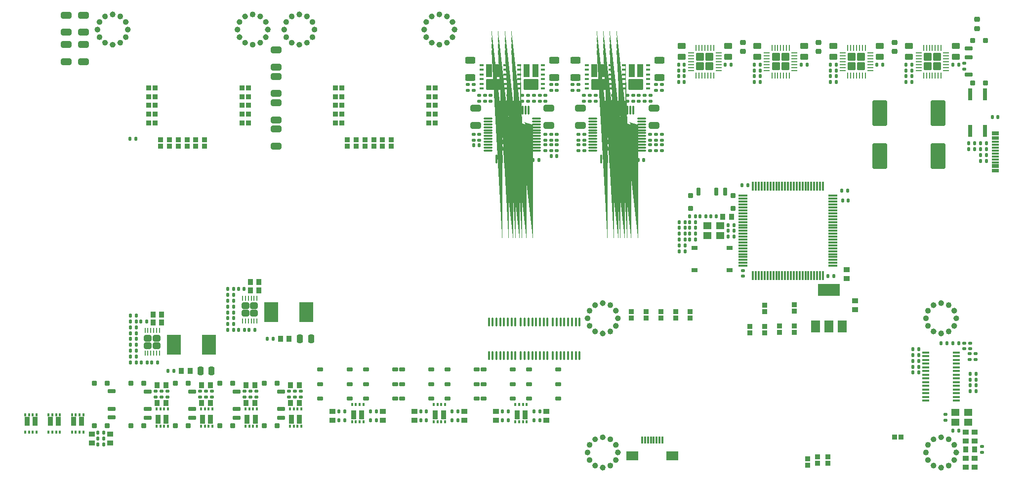
<source format=gbr>
%TF.GenerationSoftware,KiCad,Pcbnew,7.0.7-7.0.7~ubuntu22.04.1*%
%TF.CreationDate,2023-08-30T21:12:01-07:00*%
%TF.ProjectId,mainboard,6d61696e-626f-4617-9264-2e6b69636164,rev?*%
%TF.SameCoordinates,Original*%
%TF.FileFunction,Paste,Top*%
%TF.FilePolarity,Positive*%
%FSLAX46Y46*%
G04 Gerber Fmt 4.6, Leading zero omitted, Abs format (unit mm)*
G04 Created by KiCad (PCBNEW 7.0.7-7.0.7~ubuntu22.04.1) date 2023-08-30 21:12:01*
%MOMM*%
%LPD*%
G01*
G04 APERTURE LIST*
G04 Aperture macros list*
%AMRoundRect*
0 Rectangle with rounded corners*
0 $1 Rounding radius*
0 $2 $3 $4 $5 $6 $7 $8 $9 X,Y pos of 4 corners*
0 Add a 4 corners polygon primitive as box body*
4,1,4,$2,$3,$4,$5,$6,$7,$8,$9,$2,$3,0*
0 Add four circle primitives for the rounded corners*
1,1,$1+$1,$2,$3*
1,1,$1+$1,$4,$5*
1,1,$1+$1,$6,$7*
1,1,$1+$1,$8,$9*
0 Add four rect primitives between the rounded corners*
20,1,$1+$1,$2,$3,$4,$5,0*
20,1,$1+$1,$4,$5,$6,$7,0*
20,1,$1+$1,$6,$7,$8,$9,0*
20,1,$1+$1,$8,$9,$2,$3,0*%
%AMFreePoly0*
4,1,57,0.310454,0.500914,0.314650,0.501215,0.316895,0.499988,0.322751,0.499147,0.347130,0.483479,0.372568,0.469589,0.469589,0.372568,0.482119,0.355828,0.485300,0.353073,0.486021,0.350617,0.489565,0.345883,0.495723,0.317573,0.503891,0.289756,0.503891,-0.289756,0.500914,-0.310455,0.501215,-0.314651,0.499988,-0.316896,0.499147,-0.322751,0.483480,-0.347128,0.469589,-0.372568,
0.372568,-0.469589,0.355826,-0.482121,0.353073,-0.485300,0.350618,-0.486020,0.345883,-0.489566,0.317566,-0.495725,0.289756,-0.503891,-0.289756,-0.503891,-0.310455,-0.500914,-0.314651,-0.501215,-0.316896,-0.499988,-0.322751,-0.499147,-0.347128,-0.483480,-0.372568,-0.469589,-0.469589,-0.372568,-0.482121,-0.355826,-0.485300,-0.353073,-0.486020,-0.350618,-0.489566,-0.345883,-0.495725,-0.317566,
-0.503891,-0.289756,-0.503891,0.289756,-0.500914,0.310454,-0.501215,0.314650,-0.499988,0.316895,-0.499147,0.322751,-0.483479,0.347130,-0.469589,0.372568,-0.372568,0.469589,-0.355828,0.482119,-0.353073,0.485300,-0.350617,0.486021,-0.345883,0.489565,-0.317573,0.495723,-0.289756,0.503891,0.289756,0.503891,0.310454,0.500914,0.310454,0.500914,$1*%
G04 Aperture macros list end*
%ADD10C,0.500000*%
%ADD11RoundRect,0.100000X0.175000X0.200000X-0.175000X0.200000X-0.175000X-0.200000X0.175000X-0.200000X0*%
%ADD12RoundRect,0.250000X0.650000X-0.325000X0.650000X0.325000X-0.650000X0.325000X-0.650000X-0.325000X0*%
%ADD13RoundRect,0.200000X0.250000X0.250000X-0.250000X0.250000X-0.250000X-0.250000X0.250000X-0.250000X0*%
%ADD14RoundRect,0.100000X-0.350000X-0.400000X0.350000X-0.400000X0.350000X0.400000X-0.350000X0.400000X0*%
%ADD15RoundRect,0.200000X-0.250000X0.250000X-0.250000X-0.250000X0.250000X-0.250000X0.250000X0.250000X0*%
%ADD16RoundRect,0.100000X-0.175000X-0.200000X0.175000X-0.200000X0.175000X0.200000X-0.175000X0.200000X0*%
%ADD17RoundRect,0.100000X0.350000X0.400000X-0.350000X0.400000X-0.350000X-0.400000X0.350000X-0.400000X0*%
%ADD18RoundRect,0.200000X-0.250000X-0.250000X0.250000X-0.250000X0.250000X0.250000X-0.250000X0.250000X0*%
%ADD19RoundRect,0.100000X-0.200000X0.175000X-0.200000X-0.175000X0.200000X-0.175000X0.200000X0.175000X0*%
%ADD20RoundRect,0.250000X-0.450000X0.262500X-0.450000X-0.262500X0.450000X-0.262500X0.450000X0.262500X0*%
%ADD21RoundRect,0.225000X0.250000X-0.225000X0.250000X0.225000X-0.250000X0.225000X-0.250000X-0.225000X0*%
%ADD22RoundRect,0.100000X-0.400000X0.200000X-0.400000X-0.200000X0.400000X-0.200000X0.400000X0.200000X0*%
%ADD23RoundRect,0.016667X0.133333X0.183333X-0.133333X0.183333X-0.133333X-0.183333X0.133333X-0.183333X0*%
%ADD24RoundRect,0.000000X0.360000X0.740000X-0.360000X0.740000X-0.360000X-0.740000X0.360000X-0.740000X0*%
%ADD25RoundRect,0.016666X0.133333X0.183333X-0.133333X0.183333X-0.133333X-0.183333X0.133333X-0.183333X0*%
%ADD26RoundRect,0.250000X-1.000000X1.950000X-1.000000X-1.950000X1.000000X-1.950000X1.000000X1.950000X0*%
%ADD27RoundRect,0.100000X0.200000X-0.175000X0.200000X0.175000X-0.200000X0.175000X-0.200000X-0.175000X0*%
%ADD28RoundRect,0.100000X0.400000X-0.350000X0.400000X0.350000X-0.400000X0.350000X-0.400000X-0.350000X0*%
%ADD29RoundRect,0.250000X0.625000X-0.312500X0.625000X0.312500X-0.625000X0.312500X-0.625000X-0.312500X0*%
%ADD30RoundRect,0.250000X-0.455000X-0.455000X0.455000X-0.455000X0.455000X0.455000X-0.455000X0.455000X0*%
%ADD31RoundRect,0.062500X-0.425000X-0.062500X0.425000X-0.062500X0.425000X0.062500X-0.425000X0.062500X0*%
%ADD32RoundRect,0.062500X-0.062500X-0.425000X0.062500X-0.425000X0.062500X0.425000X-0.062500X0.425000X0*%
%ADD33R,1.150000X0.300000*%
%ADD34RoundRect,0.100000X-0.250000X0.100000X-0.250000X-0.100000X0.250000X-0.100000X0.250000X0.100000X0*%
%ADD35RoundRect,0.100000X-1.200000X0.800000X-1.200000X-0.800000X1.200000X-0.800000X1.200000X0.800000X0*%
%ADD36RoundRect,0.100000X-0.450000X1.000000X-0.450000X-1.000000X0.450000X-1.000000X0.450000X1.000000X0*%
%ADD37RoundRect,0.200000X0.500000X0.400000X-0.500000X0.400000X-0.500000X-0.400000X0.500000X-0.400000X0*%
%ADD38RoundRect,0.250000X-0.400000X0.315000X-0.400000X-0.315000X0.400000X-0.315000X0.400000X0.315000X0*%
%ADD39RoundRect,0.062500X-0.062500X0.375000X-0.062500X-0.375000X0.062500X-0.375000X0.062500X0.375000X0*%
%ADD40R,2.350000X3.500000*%
%ADD41RoundRect,0.250000X-0.250000X-0.475000X0.250000X-0.475000X0.250000X0.475000X-0.250000X0.475000X0*%
%ADD42RoundRect,0.250000X-0.650000X0.325000X-0.650000X-0.325000X0.650000X-0.325000X0.650000X0.325000X0*%
%ADD43R,1.000000X0.750000*%
%ADD44RoundRect,0.100000X-0.300000X-0.300000X0.300000X-0.300000X0.300000X0.300000X-0.300000X0.300000X0*%
%ADD45RoundRect,0.075000X-0.225000X-0.575000X0.225000X-0.575000X0.225000X0.575000X-0.225000X0.575000X0*%
%ADD46RoundRect,0.100000X-0.300000X0.300000X-0.300000X-0.300000X0.300000X-0.300000X0.300000X0.300000X0*%
%ADD47RoundRect,0.075000X-0.575000X0.225000X-0.575000X-0.225000X0.575000X-0.225000X0.575000X0.225000X0*%
%ADD48RoundRect,0.100000X-0.400000X0.350000X-0.400000X-0.350000X0.400000X-0.350000X0.400000X0.350000X0*%
%ADD49RoundRect,0.100000X0.400000X-0.200000X0.400000X0.200000X-0.400000X0.200000X-0.400000X-0.200000X0*%
%ADD50RoundRect,0.016667X-0.133333X-0.183333X0.133333X-0.183333X0.133333X0.183333X-0.133333X0.183333X0*%
%ADD51RoundRect,0.000000X-0.360000X-0.740000X0.360000X-0.740000X0.360000X0.740000X-0.360000X0.740000X0*%
%ADD52RoundRect,0.016666X-0.133333X-0.183333X0.133333X-0.183333X0.133333X0.183333X-0.133333X0.183333X0*%
%ADD53R,1.400000X1.200000*%
%ADD54RoundRect,0.200000X0.250000X-0.250000X0.250000X0.250000X-0.250000X0.250000X-0.250000X-0.250000X0*%
%ADD55R,1.200000X0.400000*%
%ADD56RoundRect,0.100000X0.100000X-0.637500X0.100000X0.637500X-0.100000X0.637500X-0.100000X-0.637500X0*%
%ADD57R,0.300000X1.300000*%
%ADD58R,2.000000X1.600000*%
%ADD59R,1.500000X2.000000*%
%ADD60R,3.800000X2.000000*%
%ADD61RoundRect,0.075000X-0.725000X-0.075000X0.725000X-0.075000X0.725000X0.075000X-0.725000X0.075000X0*%
%ADD62RoundRect,0.075000X-0.075000X-0.725000X0.075000X-0.725000X0.075000X0.725000X-0.075000X0.725000X0*%
%ADD63RoundRect,0.225000X-0.250000X0.225000X-0.250000X-0.225000X0.250000X-0.225000X0.250000X0.225000X0*%
%ADD64FreePoly0,0.000000*%
%ADD65RoundRect,0.075000X-0.662500X-0.075000X0.662500X-0.075000X0.662500X0.075000X-0.662500X0.075000X0*%
%ADD66RoundRect,0.075000X-0.075000X-0.662500X0.075000X-0.662500X0.075000X0.662500X-0.075000X0.662500X0*%
%ADD67RoundRect,0.100000X0.300000X-0.300000X0.300000X0.300000X-0.300000X0.300000X-0.300000X-0.300000X0*%
%ADD68RoundRect,0.075000X0.575000X-0.225000X0.575000X0.225000X-0.575000X0.225000X-0.575000X-0.225000X0*%
%ADD69RoundRect,0.250000X0.250000X0.475000X-0.250000X0.475000X-0.250000X-0.475000X0.250000X-0.475000X0*%
%ADD70R,0.640000X2.000000*%
G04 APERTURE END LIST*
%TO.C,H11*%
D10*
X173650000Y-113500000D02*
G75*
G03*
X173650000Y-113500000I-250000J0D01*
G01*
X173998334Y-112200000D02*
G75*
G03*
X173998334Y-112200000I-250000J0D01*
G01*
X173998334Y-114800000D02*
G75*
G03*
X173998334Y-114800000I-250000J0D01*
G01*
X174950000Y-111248334D02*
G75*
G03*
X174950000Y-111248334I-250000J0D01*
G01*
X174950000Y-115751666D02*
G75*
G03*
X174950000Y-115751666I-250000J0D01*
G01*
X176250000Y-110900000D02*
G75*
G03*
X176250000Y-110900000I-250000J0D01*
G01*
X176250000Y-116100000D02*
G75*
G03*
X176250000Y-116100000I-250000J0D01*
G01*
X177550000Y-111248334D02*
G75*
G03*
X177550000Y-111248334I-250000J0D01*
G01*
X177550000Y-115751666D02*
G75*
G03*
X177550000Y-115751666I-250000J0D01*
G01*
X178501666Y-112200000D02*
G75*
G03*
X178501666Y-112200000I-250000J0D01*
G01*
X178501666Y-114800000D02*
G75*
G03*
X178501666Y-114800000I-250000J0D01*
G01*
X178850000Y-113500000D02*
G75*
G03*
X178850000Y-113500000I-250000J0D01*
G01*
%TO.C,H10*%
X145650000Y-64000000D02*
G75*
G03*
X145650000Y-64000000I-250000J0D01*
G01*
X145998334Y-62700000D02*
G75*
G03*
X145998334Y-62700000I-250000J0D01*
G01*
X145998334Y-65300000D02*
G75*
G03*
X145998334Y-65300000I-250000J0D01*
G01*
X146950000Y-61748334D02*
G75*
G03*
X146950000Y-61748334I-250000J0D01*
G01*
X146950000Y-66251666D02*
G75*
G03*
X146950000Y-66251666I-250000J0D01*
G01*
X148250000Y-61400000D02*
G75*
G03*
X148250000Y-61400000I-250000J0D01*
G01*
X148250000Y-66600000D02*
G75*
G03*
X148250000Y-66600000I-250000J0D01*
G01*
X149550000Y-61748334D02*
G75*
G03*
X149550000Y-61748334I-250000J0D01*
G01*
X149550000Y-66251666D02*
G75*
G03*
X149550000Y-66251666I-250000J0D01*
G01*
X150501666Y-62700000D02*
G75*
G03*
X150501666Y-62700000I-250000J0D01*
G01*
X150501666Y-65300000D02*
G75*
G03*
X150501666Y-65300000I-250000J0D01*
G01*
X150850000Y-64000000D02*
G75*
G03*
X150850000Y-64000000I-250000J0D01*
G01*
%TO.C,H8*%
X231650000Y-136500000D02*
G75*
G03*
X231650000Y-136500000I-250000J0D01*
G01*
X231998334Y-135200000D02*
G75*
G03*
X231998334Y-135200000I-250000J0D01*
G01*
X231998334Y-137800000D02*
G75*
G03*
X231998334Y-137800000I-250000J0D01*
G01*
X232950000Y-134248334D02*
G75*
G03*
X232950000Y-134248334I-250000J0D01*
G01*
X232950000Y-138751666D02*
G75*
G03*
X232950000Y-138751666I-250000J0D01*
G01*
X234250000Y-133900000D02*
G75*
G03*
X234250000Y-133900000I-250000J0D01*
G01*
X234250000Y-139100000D02*
G75*
G03*
X234250000Y-139100000I-250000J0D01*
G01*
X235550000Y-134248334D02*
G75*
G03*
X235550000Y-134248334I-250000J0D01*
G01*
X235550000Y-138751666D02*
G75*
G03*
X235550000Y-138751666I-250000J0D01*
G01*
X236501666Y-135200000D02*
G75*
G03*
X236501666Y-135200000I-250000J0D01*
G01*
X236501666Y-137800000D02*
G75*
G03*
X236501666Y-137800000I-250000J0D01*
G01*
X236850000Y-136500000D02*
G75*
G03*
X236850000Y-136500000I-250000J0D01*
G01*
%TO.C,H12*%
X173650000Y-136500000D02*
G75*
G03*
X173650000Y-136500000I-250000J0D01*
G01*
X173998334Y-135200000D02*
G75*
G03*
X173998334Y-135200000I-250000J0D01*
G01*
X173998334Y-137800000D02*
G75*
G03*
X173998334Y-137800000I-250000J0D01*
G01*
X174950000Y-134248334D02*
G75*
G03*
X174950000Y-134248334I-250000J0D01*
G01*
X174950000Y-138751666D02*
G75*
G03*
X174950000Y-138751666I-250000J0D01*
G01*
X176250000Y-133900000D02*
G75*
G03*
X176250000Y-133900000I-250000J0D01*
G01*
X176250000Y-139100000D02*
G75*
G03*
X176250000Y-139100000I-250000J0D01*
G01*
X177550000Y-134248334D02*
G75*
G03*
X177550000Y-134248334I-250000J0D01*
G01*
X177550000Y-138751666D02*
G75*
G03*
X177550000Y-138751666I-250000J0D01*
G01*
X178501666Y-135200000D02*
G75*
G03*
X178501666Y-135200000I-250000J0D01*
G01*
X178501666Y-137800000D02*
G75*
G03*
X178501666Y-137800000I-250000J0D01*
G01*
X178850000Y-136500000D02*
G75*
G03*
X178850000Y-136500000I-250000J0D01*
G01*
%TO.C,H9*%
X121650000Y-64000000D02*
G75*
G03*
X121650000Y-64000000I-250000J0D01*
G01*
X121998334Y-62700000D02*
G75*
G03*
X121998334Y-62700000I-250000J0D01*
G01*
X121998334Y-65300000D02*
G75*
G03*
X121998334Y-65300000I-250000J0D01*
G01*
X122950000Y-61748334D02*
G75*
G03*
X122950000Y-61748334I-250000J0D01*
G01*
X122950000Y-66251666D02*
G75*
G03*
X122950000Y-66251666I-250000J0D01*
G01*
X124250000Y-61400000D02*
G75*
G03*
X124250000Y-61400000I-250000J0D01*
G01*
X124250000Y-66600000D02*
G75*
G03*
X124250000Y-66600000I-250000J0D01*
G01*
X125550000Y-61748334D02*
G75*
G03*
X125550000Y-61748334I-250000J0D01*
G01*
X125550000Y-66251666D02*
G75*
G03*
X125550000Y-66251666I-250000J0D01*
G01*
X126501666Y-62700000D02*
G75*
G03*
X126501666Y-62700000I-250000J0D01*
G01*
X126501666Y-65300000D02*
G75*
G03*
X126501666Y-65300000I-250000J0D01*
G01*
X126850000Y-64000000D02*
G75*
G03*
X126850000Y-64000000I-250000J0D01*
G01*
%TO.C,H7*%
X231650000Y-113500000D02*
G75*
G03*
X231650000Y-113500000I-250000J0D01*
G01*
X231998334Y-112200000D02*
G75*
G03*
X231998334Y-112200000I-250000J0D01*
G01*
X231998334Y-114800000D02*
G75*
G03*
X231998334Y-114800000I-250000J0D01*
G01*
X232950000Y-111248334D02*
G75*
G03*
X232950000Y-111248334I-250000J0D01*
G01*
X232950000Y-115751666D02*
G75*
G03*
X232950000Y-115751666I-250000J0D01*
G01*
X234250000Y-110900000D02*
G75*
G03*
X234250000Y-110900000I-250000J0D01*
G01*
X234250000Y-116100000D02*
G75*
G03*
X234250000Y-116100000I-250000J0D01*
G01*
X235550000Y-111248334D02*
G75*
G03*
X235550000Y-111248334I-250000J0D01*
G01*
X235550000Y-115751666D02*
G75*
G03*
X235550000Y-115751666I-250000J0D01*
G01*
X236501666Y-112200000D02*
G75*
G03*
X236501666Y-112200000I-250000J0D01*
G01*
X236501666Y-114800000D02*
G75*
G03*
X236501666Y-114800000I-250000J0D01*
G01*
X236850000Y-113500000D02*
G75*
G03*
X236850000Y-113500000I-250000J0D01*
G01*
%TO.C,H6*%
X113650000Y-64000000D02*
G75*
G03*
X113650000Y-64000000I-250000J0D01*
G01*
X113998334Y-62700000D02*
G75*
G03*
X113998334Y-62700000I-250000J0D01*
G01*
X113998334Y-65300000D02*
G75*
G03*
X113998334Y-65300000I-250000J0D01*
G01*
X114950000Y-61748334D02*
G75*
G03*
X114950000Y-61748334I-250000J0D01*
G01*
X114950000Y-66251666D02*
G75*
G03*
X114950000Y-66251666I-250000J0D01*
G01*
X116250000Y-61400000D02*
G75*
G03*
X116250000Y-61400000I-250000J0D01*
G01*
X116250000Y-66600000D02*
G75*
G03*
X116250000Y-66600000I-250000J0D01*
G01*
X117550000Y-61748334D02*
G75*
G03*
X117550000Y-61748334I-250000J0D01*
G01*
X117550000Y-66251666D02*
G75*
G03*
X117550000Y-66251666I-250000J0D01*
G01*
X118501666Y-62700000D02*
G75*
G03*
X118501666Y-62700000I-250000J0D01*
G01*
X118501666Y-65300000D02*
G75*
G03*
X118501666Y-65300000I-250000J0D01*
G01*
X118850000Y-64000000D02*
G75*
G03*
X118850000Y-64000000I-250000J0D01*
G01*
%TO.C,H5*%
X89650000Y-64000000D02*
G75*
G03*
X89650000Y-64000000I-250000J0D01*
G01*
X89998334Y-62700000D02*
G75*
G03*
X89998334Y-62700000I-250000J0D01*
G01*
X89998334Y-65300000D02*
G75*
G03*
X89998334Y-65300000I-250000J0D01*
G01*
X90950000Y-61748334D02*
G75*
G03*
X90950000Y-61748334I-250000J0D01*
G01*
X90950000Y-66251666D02*
G75*
G03*
X90950000Y-66251666I-250000J0D01*
G01*
X92250000Y-61400000D02*
G75*
G03*
X92250000Y-61400000I-250000J0D01*
G01*
X92250000Y-66600000D02*
G75*
G03*
X92250000Y-66600000I-250000J0D01*
G01*
X93550000Y-61748334D02*
G75*
G03*
X93550000Y-61748334I-250000J0D01*
G01*
X93550000Y-66251666D02*
G75*
G03*
X93550000Y-66251666I-250000J0D01*
G01*
X94501666Y-62700000D02*
G75*
G03*
X94501666Y-62700000I-250000J0D01*
G01*
X94501666Y-65300000D02*
G75*
G03*
X94501666Y-65300000I-250000J0D01*
G01*
X94850000Y-64000000D02*
G75*
G03*
X94850000Y-64000000I-250000J0D01*
G01*
%TD*%
D11*
%TO.C,R108*%
X96050000Y-115050000D03*
X95050000Y-115050000D03*
%TD*%
D12*
%TO.C,C64*%
X84000000Y-64475000D03*
X84000000Y-61525000D03*
%TD*%
D13*
%TO.C,T17*%
X214600000Y-138350000D03*
X214600000Y-137250000D03*
%TD*%
D14*
%TO.C,C86*%
X115600000Y-108700000D03*
X117100000Y-108700000D03*
%TD*%
D15*
%TO.C,T11*%
X147250000Y-74000000D03*
X146150000Y-74000000D03*
%TD*%
D16*
%TO.C,C95*%
X229150000Y-122800000D03*
X230150000Y-122800000D03*
%TD*%
D17*
%TO.C,D14*%
X101110000Y-125000000D03*
X99610000Y-125000000D03*
%TD*%
D15*
%TO.C,T47*%
X99250000Y-77000000D03*
X98150000Y-77000000D03*
%TD*%
D11*
%TO.C,C15*%
X183050000Y-86400000D03*
X182050000Y-86400000D03*
%TD*%
D18*
%TO.C,T22*%
X201200000Y-114925000D03*
X201200000Y-116025000D03*
%TD*%
D16*
%TO.C,R90*%
X194500000Y-96000000D03*
X195500000Y-96000000D03*
%TD*%
D15*
%TO.C,T41*%
X115250000Y-80000000D03*
X114150000Y-80000000D03*
%TD*%
D19*
%TO.C,R44*%
X153850000Y-73450000D03*
X153850000Y-74450000D03*
%TD*%
D20*
%TO.C,R15*%
X210500000Y-66837500D03*
X210500000Y-68662500D03*
%TD*%
D11*
%TO.C,C72*%
X96050000Y-121050000D03*
X95050000Y-121050000D03*
%TD*%
D21*
%TO.C,C32*%
X200000000Y-67775000D03*
X200000000Y-66225000D03*
%TD*%
D19*
%TO.C,R45*%
X152850000Y-73450000D03*
X152850000Y-74450000D03*
%TD*%
D22*
%TO.C,SW5*%
X141599999Y-122300000D03*
X146599999Y-122300000D03*
X141599999Y-124800000D03*
X146599999Y-124800000D03*
X141599999Y-127300000D03*
X146599999Y-127300000D03*
%TD*%
D19*
%TO.C,C37*%
X172850000Y-81950000D03*
X172850000Y-82950000D03*
%TD*%
D23*
%TO.C,Q4*%
X101475000Y-129025000D03*
X100825000Y-129025000D03*
X100175000Y-129025000D03*
X99525000Y-129025000D03*
D24*
X99815000Y-130850000D03*
D23*
X99525000Y-131975000D03*
X100175000Y-131975000D03*
D25*
X100824999Y-131974999D03*
D23*
X101475000Y-131975000D03*
D24*
X101185000Y-130850000D03*
%TD*%
D11*
%TO.C,R86*%
X240000000Y-124000000D03*
X239000000Y-124000000D03*
%TD*%
D26*
%TO.C,C6*%
X233500000Y-78300000D03*
X233500000Y-85700000D03*
%TD*%
D27*
%TO.C,R33*%
X174800000Y-76250000D03*
X174800000Y-75250000D03*
%TD*%
D28*
%TO.C,C78*%
X219250000Y-112000000D03*
X219250000Y-110500000D03*
%TD*%
D27*
%TO.C,R73*%
X122220000Y-127000000D03*
X122220000Y-126000000D03*
%TD*%
D12*
%TO.C,C63*%
X120000000Y-70475000D03*
X120000000Y-67525000D03*
%TD*%
D14*
%TO.C,D24*%
X120750000Y-117000000D03*
X122250000Y-117000000D03*
%TD*%
D16*
%TO.C,R101*%
X190900000Y-96999999D03*
X191900000Y-96999999D03*
%TD*%
D18*
%TO.C,T18*%
X191000000Y-112350000D03*
X191000000Y-113450000D03*
%TD*%
D15*
%TO.C,T12*%
X147250000Y-77000000D03*
X146150000Y-77000000D03*
%TD*%
D20*
%TO.C,R16*%
X202500000Y-66837500D03*
X202500000Y-68662500D03*
%TD*%
D29*
%TO.C,R39*%
X167700000Y-72212500D03*
X167700000Y-69287500D03*
%TD*%
D16*
%TO.C,R5*%
X240800000Y-84500000D03*
X241800000Y-84500000D03*
%TD*%
D27*
%TO.C,C53*%
X154800000Y-76250000D03*
X154800000Y-75250000D03*
%TD*%
D15*
%TO.C,T48*%
X115250000Y-77000000D03*
X114150000Y-77000000D03*
%TD*%
D16*
%TO.C,R98*%
X228000000Y-73000000D03*
X229000000Y-73000000D03*
%TD*%
%TO.C,R107*%
X113550000Y-108500000D03*
X114550000Y-108500000D03*
%TD*%
D20*
%TO.C,R18*%
X189500000Y-66837500D03*
X189500000Y-68662500D03*
%TD*%
D17*
%TO.C,D11*%
X123970000Y-125000000D03*
X122470000Y-125000000D03*
%TD*%
D30*
%TO.C,U2*%
X231690000Y-68690000D03*
X231690000Y-70310000D03*
X233310000Y-68690000D03*
X233310000Y-70310000D03*
D31*
X230137500Y-68000000D03*
X230137500Y-68500000D03*
X230137500Y-69000000D03*
X230137500Y-69500000D03*
X230137500Y-70000000D03*
X230137500Y-70500000D03*
X230137500Y-71000000D03*
D32*
X231000000Y-71862500D03*
X231500000Y-71862500D03*
X232000000Y-71862500D03*
X232500000Y-71862500D03*
X233000000Y-71862500D03*
X233500000Y-71862500D03*
X234000000Y-71862500D03*
D31*
X234862500Y-71000000D03*
X234862500Y-70500000D03*
X234862500Y-70000000D03*
X234862500Y-69500000D03*
X234862500Y-69000000D03*
X234862500Y-68500000D03*
X234862500Y-68000000D03*
D32*
X234000000Y-67137500D03*
X233500000Y-67137500D03*
X233000000Y-67137500D03*
X232500000Y-67137500D03*
X232000000Y-67137500D03*
X231500000Y-67137500D03*
X231000000Y-67137500D03*
%TD*%
D13*
%TO.C,T38*%
X104750000Y-84000000D03*
X104750000Y-82900000D03*
%TD*%
D27*
%TO.C,R40*%
X162200000Y-76250000D03*
X162200000Y-75250000D03*
%TD*%
D16*
%TO.C,C69*%
X95050000Y-116050000D03*
X96050000Y-116050000D03*
%TD*%
D33*
%TO.C,J1*%
X243330000Y-88350000D03*
X243330000Y-87550000D03*
X243330000Y-86250000D03*
X243330000Y-85250000D03*
X243330000Y-84750000D03*
X243330000Y-83750000D03*
X243330000Y-82450000D03*
X243330000Y-81650000D03*
X243330000Y-81950000D03*
X243330000Y-82750000D03*
X243330000Y-83250000D03*
X243330000Y-84250000D03*
X243330000Y-85750000D03*
X243330000Y-86750000D03*
X243330000Y-87250000D03*
X243330000Y-88050000D03*
%TD*%
D27*
%TO.C,R79*%
X234750000Y-131000000D03*
X234750000Y-130000000D03*
%TD*%
D11*
%TO.C,R87*%
X240000000Y-125000000D03*
X239000000Y-125000000D03*
%TD*%
D19*
%TO.C,C54*%
X166200000Y-75250000D03*
X166200000Y-76250000D03*
%TD*%
D11*
%TO.C,R94*%
X96050000Y-120050000D03*
X95050000Y-120050000D03*
%TD*%
D19*
%TO.C,C47*%
X166150000Y-81950000D03*
X166150000Y-82950000D03*
%TD*%
D16*
%TO.C,R57*%
X144799998Y-131000000D03*
X145799998Y-131000000D03*
%TD*%
D14*
%TO.C,C66*%
X98900000Y-112825000D03*
X100400000Y-112825000D03*
%TD*%
D27*
%TO.C,R20*%
X183200000Y-76250000D03*
X183200000Y-75250000D03*
%TD*%
D15*
%TO.C,T43*%
X115250000Y-75500000D03*
X114150000Y-75500000D03*
%TD*%
D11*
%TO.C,C83*%
X112750000Y-115500000D03*
X111750000Y-115500000D03*
%TD*%
D19*
%TO.C,R83*%
X238900000Y-119550000D03*
X238900000Y-120550000D03*
%TD*%
D26*
%TO.C,C8*%
X223500000Y-78300000D03*
X223500000Y-85700000D03*
%TD*%
D16*
%TO.C,R116*%
X189000000Y-73000000D03*
X190000000Y-73000000D03*
%TD*%
D23*
%TO.C,Q6*%
X116725000Y-129025000D03*
X116075000Y-129025000D03*
X115425000Y-129025000D03*
X114775000Y-129025000D03*
D24*
X115065000Y-130850000D03*
D23*
X114775000Y-131975000D03*
X115425000Y-131975000D03*
D25*
X116074999Y-131974999D03*
D23*
X116725000Y-131975000D03*
D24*
X116435000Y-130850000D03*
%TD*%
D34*
%TO.C,QB2*%
X159350000Y-74100000D03*
X159350000Y-73300000D03*
X159350000Y-72500000D03*
X159350000Y-71700000D03*
X159350000Y-70900000D03*
X159350000Y-70100000D03*
X155250000Y-70100000D03*
X155250000Y-70900000D03*
X155250000Y-71700000D03*
X155250000Y-72500000D03*
X155250000Y-73300000D03*
X155250000Y-74100000D03*
D35*
X157300000Y-73400000D03*
D36*
X158050000Y-71000000D03*
X156550000Y-71000000D03*
%TD*%
D11*
%TO.C,C18*%
X216000000Y-71000000D03*
X215000000Y-71000000D03*
%TD*%
D27*
%TO.C,R66*%
X114610000Y-127000000D03*
X114610000Y-126000000D03*
%TD*%
%TO.C,R26*%
X181200000Y-76250000D03*
X181200000Y-75250000D03*
%TD*%
D19*
%TO.C,R82*%
X238950000Y-117750000D03*
X238950000Y-118750000D03*
%TD*%
D14*
%TO.C,D1*%
X103750000Y-122500000D03*
X105250000Y-122500000D03*
%TD*%
D16*
%TO.C,R4*%
X240800000Y-85500000D03*
X241800000Y-85500000D03*
%TD*%
D27*
%TO.C,C41*%
X172800000Y-76250000D03*
X172800000Y-75250000D03*
%TD*%
D12*
%TO.C,C56*%
X166800000Y-80425000D03*
X166800000Y-77475000D03*
%TD*%
D23*
%TO.C,Q2*%
X148974999Y-128257500D03*
X148324999Y-128257500D03*
X147674999Y-128257500D03*
X147024999Y-128257500D03*
D24*
X147314999Y-130082500D03*
D23*
X147024999Y-131207500D03*
X147674999Y-131207500D03*
D25*
X148324998Y-131207499D03*
D23*
X148974999Y-131207500D03*
D24*
X148684999Y-130082500D03*
%TD*%
D37*
%TO.C,Y1*%
X196100000Y-97650000D03*
X193900000Y-97650000D03*
X193900000Y-99350000D03*
X196100000Y-99350000D03*
%TD*%
D11*
%TO.C,R69*%
X90500000Y-135100000D03*
X89500000Y-135100000D03*
%TD*%
%TO.C,C28*%
X198000000Y-70000000D03*
X197000000Y-70000000D03*
%TD*%
%TO.C,R56*%
X165199997Y-129500000D03*
X164199997Y-129500000D03*
%TD*%
D16*
%TO.C,R3*%
X197500000Y-98500000D03*
X198500000Y-98500000D03*
%TD*%
D15*
%TO.C,T42*%
X99250000Y-80000000D03*
X98150000Y-80000000D03*
%TD*%
D19*
%TO.C,R67*%
X124220000Y-126000000D03*
X124220000Y-127000000D03*
%TD*%
D16*
%TO.C,C88*%
X214600000Y-106300000D03*
X215600000Y-106300000D03*
%TD*%
%TO.C,R106*%
X111750000Y-108500000D03*
X112750000Y-108500000D03*
%TD*%
D29*
%TO.C,R46*%
X153300000Y-72212500D03*
X153300000Y-69287500D03*
%TD*%
D16*
%TO.C,C80*%
X113600000Y-115500000D03*
X114600000Y-115500000D03*
%TD*%
D15*
%TO.C,T9*%
X147250000Y-80000000D03*
X146150000Y-80000000D03*
%TD*%
D16*
%TO.C,C70*%
X96900000Y-121050000D03*
X97900000Y-121050000D03*
%TD*%
D27*
%TO.C,R68*%
X123220000Y-127000000D03*
X123220000Y-126000000D03*
%TD*%
D16*
%TO.C,C17*%
X215000000Y-72000000D03*
X216000000Y-72000000D03*
%TD*%
%TO.C,R58*%
X144799998Y-129500000D03*
X145799998Y-129500000D03*
%TD*%
D19*
%TO.C,R19*%
X172850000Y-83750000D03*
X172850000Y-84750000D03*
%TD*%
%TO.C,R37*%
X167150000Y-73450000D03*
X167150000Y-74450000D03*
%TD*%
D23*
%TO.C,Q1*%
X134974999Y-128257500D03*
X134324999Y-128257500D03*
X133674999Y-128257500D03*
X133024999Y-128257500D03*
D24*
X133314999Y-130082500D03*
D23*
X133024999Y-131207500D03*
X133674999Y-131207500D03*
D25*
X134324998Y-131207499D03*
D23*
X134974999Y-131207500D03*
D24*
X134684999Y-130082500D03*
%TD*%
D11*
%TO.C,R2*%
X190100000Y-102000000D03*
X189100000Y-102000000D03*
%TD*%
%TO.C,R109*%
X112750000Y-113500000D03*
X111750000Y-113500000D03*
%TD*%
D19*
%TO.C,C43*%
X177800000Y-75250000D03*
X177800000Y-76250000D03*
%TD*%
D15*
%TO.C,T27*%
X131250000Y-74000000D03*
X130150000Y-74000000D03*
%TD*%
D27*
%TO.C,R64*%
X99360000Y-127000000D03*
X99360000Y-126000000D03*
%TD*%
%TO.C,R32*%
X173800000Y-76250000D03*
X173800000Y-75250000D03*
%TD*%
D14*
%TO.C,D23*%
X196550000Y-96100000D03*
X198050000Y-96100000D03*
%TD*%
D11*
%TO.C,C21*%
X165050000Y-86400000D03*
X164050000Y-86400000D03*
%TD*%
%TO.C,R85*%
X240000000Y-123000000D03*
X239000000Y-123000000D03*
%TD*%
D27*
%TO.C,C52*%
X161200000Y-76250000D03*
X161200000Y-75250000D03*
%TD*%
D14*
%TO.C,C68*%
X98900000Y-114250000D03*
X100400000Y-114250000D03*
%TD*%
D38*
%TO.C,U8*%
X116250000Y-111350000D03*
X114750000Y-111350000D03*
X116250000Y-112650000D03*
X114750000Y-112650000D03*
D39*
X116750000Y-110062500D03*
X116250000Y-110062500D03*
X115750000Y-110062500D03*
X115250000Y-110062500D03*
X114750000Y-110062500D03*
X114250000Y-110062500D03*
X114250000Y-113937500D03*
X114750000Y-113937500D03*
X115250000Y-113937500D03*
X115750000Y-113937500D03*
X116250000Y-113937500D03*
X116750000Y-113937500D03*
%TD*%
D27*
%TO.C,R50*%
X107980000Y-127000000D03*
X107980000Y-126000000D03*
%TD*%
%TO.C,R43*%
X157800000Y-76250000D03*
X157800000Y-75250000D03*
%TD*%
%TO.C,R63*%
X100360000Y-127000000D03*
X100360000Y-126000000D03*
%TD*%
D16*
%TO.C,C79*%
X189100000Y-99999999D03*
X190100000Y-99999999D03*
%TD*%
D19*
%TO.C,C42*%
X184200000Y-75250000D03*
X184200000Y-76250000D03*
%TD*%
D12*
%TO.C,C45*%
X172200000Y-80425000D03*
X172200000Y-77475000D03*
%TD*%
D11*
%TO.C,R88*%
X240000000Y-126000000D03*
X239000000Y-126000000D03*
%TD*%
D13*
%TO.C,T15*%
X211100000Y-138650000D03*
X211100000Y-137550000D03*
%TD*%
D11*
%TO.C,R80*%
X237000000Y-132750000D03*
X236000000Y-132750000D03*
%TD*%
D40*
%TO.C,L1*%
X102475000Y-118000000D03*
X108525000Y-118000000D03*
%TD*%
D16*
%TO.C,C23*%
X202000000Y-72000000D03*
X203000000Y-72000000D03*
%TD*%
D11*
%TO.C,C30*%
X190000000Y-71000000D03*
X189000000Y-71000000D03*
%TD*%
%TO.C,C10*%
X237000000Y-70000000D03*
X236000000Y-70000000D03*
%TD*%
D16*
%TO.C,C5*%
X115400000Y-115500000D03*
X116400000Y-115500000D03*
%TD*%
D17*
%TO.C,D22*%
X239750000Y-136000000D03*
X238250000Y-136000000D03*
%TD*%
D15*
%TO.C,T49*%
X99250000Y-78500000D03*
X98150000Y-78500000D03*
%TD*%
D29*
%TO.C,R24*%
X185700000Y-72212500D03*
X185700000Y-69287500D03*
%TD*%
D15*
%TO.C,T13*%
X147250000Y-78500000D03*
X146150000Y-78500000D03*
%TD*%
D17*
%TO.C,D13*%
X108730000Y-125000000D03*
X107230000Y-125000000D03*
%TD*%
D11*
%TO.C,R53*%
X137199998Y-131000000D03*
X136199998Y-131000000D03*
%TD*%
%TO.C,R118*%
X168150000Y-85650000D03*
X167150000Y-85650000D03*
%TD*%
D16*
%TO.C,R102*%
X190900001Y-97999999D03*
X191900001Y-97999999D03*
%TD*%
D19*
%TO.C,C87*%
X238000000Y-69750000D03*
X238000000Y-70750000D03*
%TD*%
D41*
%TO.C,C84*%
X124100000Y-117000000D03*
X126000000Y-117000000D03*
%TD*%
D23*
%TO.C,Q5*%
X109095000Y-129025000D03*
X108445000Y-129025000D03*
X107795000Y-129025000D03*
X107145000Y-129025000D03*
D24*
X107435000Y-130850000D03*
D23*
X107145000Y-131975000D03*
X107795000Y-131975000D03*
D25*
X108444999Y-131974999D03*
D23*
X109095000Y-131975000D03*
D24*
X108805000Y-130850000D03*
%TD*%
D42*
%TO.C,C59*%
X87000000Y-66525000D03*
X87000000Y-69475000D03*
%TD*%
D16*
%TO.C,C81*%
X111750000Y-110500000D03*
X112750000Y-110500000D03*
%TD*%
D19*
%TO.C,R71*%
X101360000Y-126000000D03*
X101360000Y-127000000D03*
%TD*%
D43*
%TO.C,SW2*%
X197750000Y-105225000D03*
X191750000Y-105225000D03*
X197750000Y-101475000D03*
X191750000Y-101475000D03*
%TD*%
D13*
%TO.C,T1*%
X132250000Y-84000000D03*
X132250000Y-82900000D03*
%TD*%
D15*
%TO.C,T29*%
X131250000Y-78500000D03*
X130150000Y-78500000D03*
%TD*%
D16*
%TO.C,C19*%
X215000000Y-70000000D03*
X216000000Y-70000000D03*
%TD*%
D28*
%TO.C,C77*%
X217800000Y-106650000D03*
X217800000Y-105150000D03*
%TD*%
D42*
%TO.C,C61*%
X84000000Y-66525000D03*
X84000000Y-69475000D03*
%TD*%
D13*
%TO.C,T4*%
X133750000Y-84000000D03*
X133750000Y-82900000D03*
%TD*%
D44*
%TO.C,SW14*%
X191050000Y-92500000D03*
X191050000Y-94700000D03*
X198350000Y-92500000D03*
X198350000Y-94700000D03*
D45*
X192450000Y-91800000D03*
X195450000Y-91800000D03*
X196950000Y-91800000D03*
%TD*%
D13*
%TO.C,T39*%
X106250000Y-84000000D03*
X106250000Y-82900000D03*
%TD*%
D11*
%TO.C,R93*%
X112750000Y-109500000D03*
X111750000Y-109500000D03*
%TD*%
D30*
%TO.C,U4*%
X205690000Y-68690000D03*
X205690000Y-70310000D03*
X207310000Y-68690000D03*
X207310000Y-70310000D03*
D31*
X204137500Y-68000000D03*
X204137500Y-68500000D03*
X204137500Y-69000000D03*
X204137500Y-69500000D03*
X204137500Y-70000000D03*
X204137500Y-70500000D03*
X204137500Y-71000000D03*
D32*
X205000000Y-71862500D03*
X205500000Y-71862500D03*
X206000000Y-71862500D03*
X206500000Y-71862500D03*
X207000000Y-71862500D03*
X207500000Y-71862500D03*
X208000000Y-71862500D03*
D31*
X208862500Y-71000000D03*
X208862500Y-70500000D03*
X208862500Y-70000000D03*
X208862500Y-69500000D03*
X208862500Y-69000000D03*
X208862500Y-68500000D03*
X208862500Y-68000000D03*
D32*
X208000000Y-67137500D03*
X207500000Y-67137500D03*
X207000000Y-67137500D03*
X206500000Y-67137500D03*
X206000000Y-67137500D03*
X205500000Y-67137500D03*
X205000000Y-67137500D03*
%TD*%
D11*
%TO.C,R75*%
X230150000Y-120800000D03*
X229150000Y-120800000D03*
%TD*%
D28*
%TO.C,D7*%
X157699997Y-131000000D03*
X157699997Y-129500000D03*
%TD*%
D19*
%TO.C,R81*%
X237950000Y-117750000D03*
X237950000Y-118750000D03*
%TD*%
%TO.C,R84*%
X239900000Y-119550000D03*
X239900000Y-120550000D03*
%TD*%
D23*
%TO.C,Q7*%
X124335000Y-129025000D03*
X123685000Y-129025000D03*
X123035000Y-129025000D03*
X122385000Y-129025000D03*
D24*
X122675000Y-130850000D03*
D23*
X122385000Y-131975000D03*
X123035000Y-131975000D03*
D25*
X123684999Y-131974999D03*
D23*
X124335000Y-131975000D03*
D24*
X124045000Y-130850000D03*
%TD*%
D19*
%TO.C,C39*%
X185150000Y-83750000D03*
X185150000Y-84750000D03*
%TD*%
D46*
%TO.C,SW12*%
X112560000Y-124650000D03*
X110360000Y-124650000D03*
X112560000Y-131950000D03*
X110360000Y-131950000D03*
D47*
X113260000Y-126050000D03*
X113260000Y-129050000D03*
X113260000Y-130550000D03*
%TD*%
D42*
%TO.C,C58*%
X120000000Y-81025000D03*
X120000000Y-83975000D03*
%TD*%
D22*
%TO.C,SW7*%
X155599998Y-122300000D03*
X160599998Y-122300000D03*
X155599998Y-124800000D03*
X160599998Y-124800000D03*
X155599998Y-127300000D03*
X160599998Y-127300000D03*
%TD*%
D28*
%TO.C,D18*%
X88450000Y-134850000D03*
X88450000Y-133350000D03*
%TD*%
D12*
%TO.C,C65*%
X87000000Y-64475000D03*
X87000000Y-61525000D03*
%TD*%
D48*
%TO.C,D19*%
X239750000Y-133000000D03*
X239750000Y-134500000D03*
%TD*%
D16*
%TO.C,R77*%
X89500000Y-133100000D03*
X90500000Y-133100000D03*
%TD*%
%TO.C,R8*%
X240800000Y-83500000D03*
X241800000Y-83500000D03*
%TD*%
D13*
%TO.C,T7*%
X138250000Y-84000000D03*
X138250000Y-82900000D03*
%TD*%
D16*
%TO.C,C25*%
X202000000Y-70000000D03*
X203000000Y-70000000D03*
%TD*%
D11*
%TO.C,R95*%
X112750000Y-114500000D03*
X111750000Y-114500000D03*
%TD*%
D27*
%TO.C,C38*%
X184150000Y-84750000D03*
X184150000Y-83750000D03*
%TD*%
D11*
%TO.C,C24*%
X203000000Y-71000000D03*
X202000000Y-71000000D03*
%TD*%
%TO.C,R10*%
X230150000Y-119800000D03*
X229150000Y-119800000D03*
%TD*%
D15*
%TO.C,T44*%
X99250000Y-75500000D03*
X98150000Y-75500000D03*
%TD*%
%TO.C,T45*%
X99250000Y-74000000D03*
X98150000Y-74000000D03*
%TD*%
D18*
%TO.C,T3*%
X180900000Y-112350000D03*
X180900000Y-113450000D03*
%TD*%
D11*
%TO.C,R55*%
X165199997Y-131000000D03*
X164199997Y-131000000D03*
%TD*%
D19*
%TO.C,R70*%
X108980000Y-126000000D03*
X108980000Y-127000000D03*
%TD*%
D30*
%TO.C,U5*%
X192690000Y-68690000D03*
X192690000Y-70310000D03*
X194310000Y-68690000D03*
X194310000Y-70310000D03*
D31*
X191137500Y-68000000D03*
X191137500Y-68500000D03*
X191137500Y-69000000D03*
X191137500Y-69500000D03*
X191137500Y-70000000D03*
X191137500Y-70500000D03*
X191137500Y-71000000D03*
D32*
X192000000Y-71862500D03*
X192500000Y-71862500D03*
X193000000Y-71862500D03*
X193500000Y-71862500D03*
X194000000Y-71862500D03*
X194500000Y-71862500D03*
X195000000Y-71862500D03*
D31*
X195862500Y-71000000D03*
X195862500Y-70500000D03*
X195862500Y-70000000D03*
X195862500Y-69500000D03*
X195862500Y-69000000D03*
X195862500Y-68500000D03*
X195862500Y-68000000D03*
D32*
X195000000Y-67137500D03*
X194500000Y-67137500D03*
X194000000Y-67137500D03*
X193500000Y-67137500D03*
X193000000Y-67137500D03*
X192500000Y-67137500D03*
X192000000Y-67137500D03*
%TD*%
D16*
%TO.C,C1*%
X190900000Y-96000000D03*
X191900000Y-96000000D03*
%TD*%
D27*
%TO.C,C50*%
X166150000Y-84750000D03*
X166150000Y-83750000D03*
%TD*%
D18*
%TO.C,T14*%
X185950000Y-112350000D03*
X185950000Y-113450000D03*
%TD*%
D13*
%TO.C,T36*%
X101750000Y-84000000D03*
X101750000Y-82900000D03*
%TD*%
D17*
%TO.C,D9*%
X101110000Y-128000000D03*
X99610000Y-128000000D03*
%TD*%
D49*
%TO.C,SW6*%
X154399998Y-127300000D03*
X149399998Y-127300000D03*
X154399998Y-124800000D03*
X149399998Y-124800000D03*
X154399998Y-122300000D03*
X149399998Y-122300000D03*
%TD*%
D18*
%TO.C,T30*%
X208800000Y-114775000D03*
X208800000Y-115875000D03*
%TD*%
D27*
%TO.C,R35*%
X165200000Y-76250000D03*
X165200000Y-75250000D03*
%TD*%
D16*
%TO.C,R62*%
X158799997Y-129500000D03*
X159799997Y-129500000D03*
%TD*%
D50*
%TO.C,Q8*%
X77025000Y-132975000D03*
X77675000Y-132975000D03*
X78325000Y-132975000D03*
X78975000Y-132975000D03*
D51*
X78685000Y-131150000D03*
D50*
X78975000Y-130025000D03*
X78325000Y-130025000D03*
D52*
X77675001Y-130025001D03*
D50*
X77025000Y-130025000D03*
D51*
X77315000Y-131150000D03*
%TD*%
D16*
%TO.C,C76*%
X189100000Y-99000000D03*
X190100000Y-99000000D03*
%TD*%
%TO.C,R100*%
X95000000Y-82750000D03*
X96000000Y-82750000D03*
%TD*%
D13*
%TO.C,T24*%
X203725000Y-112325000D03*
X203725000Y-111225000D03*
%TD*%
D28*
%TO.C,D2*%
X152299998Y-131000000D03*
X152299998Y-129500000D03*
%TD*%
D16*
%TO.C,R91*%
X95050000Y-114050000D03*
X96050000Y-114050000D03*
%TD*%
D13*
%TO.C,T8*%
X139750000Y-84000000D03*
X139750000Y-82900000D03*
%TD*%
D53*
%TO.C,Y2*%
X236400000Y-131350000D03*
X238600000Y-131350000D03*
X238600000Y-129650000D03*
X236400000Y-129650000D03*
%TD*%
D54*
%TO.C,T20*%
X226050000Y-133900000D03*
X227150000Y-133900000D03*
%TD*%
D16*
%TO.C,R61*%
X158799997Y-131000000D03*
X159799997Y-131000000D03*
%TD*%
D49*
%TO.C,SW8*%
X168399997Y-127300000D03*
X163399997Y-127300000D03*
X168399997Y-124800000D03*
X163399997Y-124800000D03*
X168399997Y-122300000D03*
X163399997Y-122300000D03*
%TD*%
D27*
%TO.C,C48*%
X153850000Y-82950000D03*
X153850000Y-81950000D03*
%TD*%
D19*
%TO.C,C35*%
X184150000Y-81950000D03*
X184150000Y-82950000D03*
%TD*%
D16*
%TO.C,C75*%
X189100000Y-97999999D03*
X190100000Y-97999999D03*
%TD*%
D13*
%TO.C,T33*%
X100250000Y-84000000D03*
X100250000Y-82900000D03*
%TD*%
D18*
%TO.C,T16*%
X188500000Y-112350000D03*
X188500000Y-113450000D03*
%TD*%
D20*
%TO.C,R17*%
X197500000Y-66837500D03*
X197500000Y-68662500D03*
%TD*%
D29*
%TO.C,R31*%
X171300000Y-72212500D03*
X171300000Y-69287500D03*
%TD*%
D28*
%TO.C,D3*%
X138299998Y-131000000D03*
X138299998Y-129500000D03*
%TD*%
D16*
%TO.C,R97*%
X118500000Y-117000000D03*
X119500000Y-117000000D03*
%TD*%
D55*
%TO.C,U16*%
X236600000Y-127627500D03*
X236600000Y-126992500D03*
X236600000Y-126357500D03*
X236600000Y-125722500D03*
X236600000Y-125087500D03*
X236600000Y-124452500D03*
X236600000Y-123817500D03*
X236600000Y-123182500D03*
X236600000Y-122547500D03*
X236600000Y-121912500D03*
X236600000Y-121277500D03*
X236600000Y-120642500D03*
X236600000Y-120007500D03*
X236600000Y-119372500D03*
X231400000Y-119372500D03*
X231400000Y-120007500D03*
X231400000Y-120642500D03*
X231400000Y-121277500D03*
X231400000Y-121912500D03*
X231400000Y-122547500D03*
X231400000Y-123182500D03*
X231400000Y-123817500D03*
X231400000Y-124452500D03*
X231400000Y-125087500D03*
X231400000Y-125722500D03*
X231400000Y-126357500D03*
X231400000Y-126992500D03*
X231400000Y-127627500D03*
%TD*%
D27*
%TO.C,R28*%
X175800000Y-76250000D03*
X175800000Y-75250000D03*
%TD*%
%TO.C,C36*%
X171850000Y-82950000D03*
X171850000Y-81950000D03*
%TD*%
D12*
%TO.C,C57*%
X154200000Y-80425000D03*
X154200000Y-77475000D03*
%TD*%
D11*
%TO.C,C16*%
X224000000Y-70000000D03*
X223000000Y-70000000D03*
%TD*%
D48*
%TO.C,D17*%
X239750000Y-137500000D03*
X239750000Y-139000000D03*
%TD*%
D19*
%TO.C,R30*%
X170850000Y-73450000D03*
X170850000Y-74450000D03*
%TD*%
D12*
%TO.C,C44*%
X184800000Y-80425000D03*
X184800000Y-77475000D03*
%TD*%
D21*
%TO.C,C26*%
X213000000Y-67775000D03*
X213000000Y-66225000D03*
%TD*%
D17*
%TO.C,D15*%
X116360000Y-125000000D03*
X114860000Y-125000000D03*
%TD*%
D16*
%TO.C,R115*%
X202000000Y-73000000D03*
X203000000Y-73000000D03*
%TD*%
D27*
%TO.C,C40*%
X179200000Y-76250000D03*
X179200000Y-75250000D03*
%TD*%
D16*
%TO.C,C11*%
X228000000Y-72000000D03*
X229000000Y-72000000D03*
%TD*%
D56*
%TO.C,U12*%
X161975000Y-119862500D03*
X162625000Y-119862500D03*
X163275000Y-119862500D03*
X163925000Y-119862500D03*
X164575000Y-119862500D03*
X165225000Y-119862500D03*
X165875000Y-119862500D03*
X166525000Y-119862500D03*
X166525000Y-114137500D03*
X165875000Y-114137500D03*
X165225000Y-114137500D03*
X164575000Y-114137500D03*
X163925000Y-114137500D03*
X163275000Y-114137500D03*
X162625000Y-114137500D03*
X161975000Y-114137500D03*
%TD*%
D11*
%TO.C,R96*%
X112750000Y-111500000D03*
X111750000Y-111500000D03*
%TD*%
D27*
%TO.C,R42*%
X158800000Y-76250000D03*
X158800000Y-75250000D03*
%TD*%
D50*
%TO.C,Q10*%
X85025000Y-132975000D03*
X85675000Y-132975000D03*
X86325000Y-132975000D03*
X86975000Y-132975000D03*
D51*
X86685000Y-131150000D03*
D50*
X86975000Y-130025000D03*
X86325000Y-130025000D03*
D52*
X85675001Y-130025001D03*
D50*
X85025000Y-130025000D03*
D51*
X85315000Y-131150000D03*
%TD*%
D11*
%TO.C,R78*%
X237000000Y-117750000D03*
X236000000Y-117750000D03*
%TD*%
D27*
%TO.C,C94*%
X167150000Y-82950000D03*
X167150000Y-81950000D03*
%TD*%
D16*
%TO.C,C89*%
X217100000Y-93300000D03*
X218100000Y-93300000D03*
%TD*%
D15*
%TO.C,T32*%
X131250000Y-80000000D03*
X130150000Y-80000000D03*
%TD*%
D57*
%TO.C,J22*%
X182750000Y-134400000D03*
X183250000Y-134400000D03*
X183750000Y-134400000D03*
X184250000Y-134400000D03*
X184750000Y-134400000D03*
X185250000Y-134400000D03*
X185750000Y-134400000D03*
X186250000Y-134400000D03*
D58*
X181050000Y-137050000D03*
X187950000Y-137050000D03*
%TD*%
D19*
%TO.C,R22*%
X185150000Y-73450000D03*
X185150000Y-74450000D03*
%TD*%
D11*
%TO.C,C22*%
X211000000Y-70000000D03*
X210000000Y-70000000D03*
%TD*%
D19*
%TO.C,C55*%
X159800000Y-75250000D03*
X159800000Y-76250000D03*
%TD*%
D16*
%TO.C,C31*%
X189000000Y-70000000D03*
X190000000Y-70000000D03*
%TD*%
D46*
%TO.C,SW11*%
X97310000Y-124650000D03*
X95110000Y-124650000D03*
X97310000Y-131950000D03*
X95110000Y-131950000D03*
D47*
X98010000Y-126050000D03*
X98010000Y-129050000D03*
X98010000Y-130550000D03*
%TD*%
D11*
%TO.C,C92*%
X200900000Y-90700000D03*
X199900000Y-90700000D03*
%TD*%
D13*
%TO.C,T31*%
X208800000Y-112275000D03*
X208800000Y-111175000D03*
%TD*%
D27*
%TO.C,R41*%
X163200000Y-76250000D03*
X163200000Y-75250000D03*
%TD*%
D19*
%TO.C,R72*%
X116610000Y-126000000D03*
X116610000Y-127000000D03*
%TD*%
D42*
%TO.C,C62*%
X120000000Y-72025000D03*
X120000000Y-74975000D03*
%TD*%
D28*
%TO.C,D5*%
X143699998Y-131000000D03*
X143699998Y-129500000D03*
%TD*%
D16*
%TO.C,R104*%
X190900000Y-100000000D03*
X191900000Y-100000000D03*
%TD*%
%TO.C,C67*%
X189100000Y-96999999D03*
X190100000Y-96999999D03*
%TD*%
D13*
%TO.C,T5*%
X135250000Y-84000000D03*
X135250000Y-82900000D03*
%TD*%
D56*
%TO.C,U13*%
X167475000Y-119862500D03*
X168125000Y-119862500D03*
X168775000Y-119862500D03*
X169425000Y-119862500D03*
X170075000Y-119862500D03*
X170725000Y-119862500D03*
X171375000Y-119862500D03*
X172025000Y-119862500D03*
X172025000Y-114137500D03*
X171375000Y-114137500D03*
X170725000Y-114137500D03*
X170075000Y-114137500D03*
X169425000Y-114137500D03*
X168775000Y-114137500D03*
X168125000Y-114137500D03*
X167475000Y-114137500D03*
%TD*%
D27*
%TO.C,C49*%
X154850000Y-82950000D03*
X154850000Y-81950000D03*
%TD*%
D16*
%TO.C,R99*%
X95050000Y-113050000D03*
X96050000Y-113050000D03*
%TD*%
D19*
%TO.C,R89*%
X241000000Y-135500000D03*
X241000000Y-136500000D03*
%TD*%
D28*
%TO.C,D6*%
X129699998Y-131000000D03*
X129699998Y-129500000D03*
%TD*%
D50*
%TO.C,Q9*%
X81025000Y-132975000D03*
X81675000Y-132975000D03*
X82325000Y-132975000D03*
X82975000Y-132975000D03*
D51*
X82685000Y-131150000D03*
D50*
X82975000Y-130025000D03*
X82325000Y-130025000D03*
D52*
X81675001Y-130025001D03*
D50*
X81025000Y-130025000D03*
D51*
X81315000Y-131150000D03*
%TD*%
D20*
%TO.C,R13*%
X223500000Y-66837500D03*
X223500000Y-68662500D03*
%TD*%
D11*
%TO.C,R112*%
X239750000Y-84500000D03*
X238750000Y-84500000D03*
%TD*%
%TO.C,R119*%
X235000000Y-117750000D03*
X234000000Y-117750000D03*
%TD*%
D16*
%TO.C,R59*%
X130799998Y-131000000D03*
X131799998Y-131000000D03*
%TD*%
D13*
%TO.C,T6*%
X136750000Y-84000000D03*
X136750000Y-82900000D03*
%TD*%
D19*
%TO.C,C51*%
X167150000Y-83750000D03*
X167150000Y-84750000D03*
%TD*%
%TO.C,R23*%
X186150000Y-73450000D03*
X186150000Y-74450000D03*
%TD*%
%TO.C,C90*%
X200000000Y-105300000D03*
X200000000Y-106300000D03*
%TD*%
D59*
%TO.C,U15*%
X212450000Y-114900000D03*
X214750000Y-114900000D03*
D60*
X214750000Y-108600000D03*
D59*
X217050000Y-114900000D03*
%TD*%
D17*
%TO.C,D10*%
X116360000Y-128000000D03*
X114860000Y-128000000D03*
%TD*%
D56*
%TO.C,U9*%
X156475000Y-119862500D03*
X157125000Y-119862500D03*
X157775000Y-119862500D03*
X158425000Y-119862500D03*
X159075000Y-119862500D03*
X159725000Y-119862500D03*
X160375000Y-119862500D03*
X161025000Y-119862500D03*
X161025000Y-114137500D03*
X160375000Y-114137500D03*
X159725000Y-114137500D03*
X159075000Y-114137500D03*
X158425000Y-114137500D03*
X157775000Y-114137500D03*
X157125000Y-114137500D03*
X156475000Y-114137500D03*
%TD*%
D16*
%TO.C,R110*%
X101500000Y-122500000D03*
X102500000Y-122500000D03*
%TD*%
D30*
%TO.C,U3*%
X218690000Y-68690000D03*
X218690000Y-70310000D03*
X220310000Y-68690000D03*
X220310000Y-70310000D03*
D31*
X217137500Y-68000000D03*
X217137500Y-68500000D03*
X217137500Y-69000000D03*
X217137500Y-69500000D03*
X217137500Y-70000000D03*
X217137500Y-70500000D03*
X217137500Y-71000000D03*
D32*
X218000000Y-71862500D03*
X218500000Y-71862500D03*
X219000000Y-71862500D03*
X219500000Y-71862500D03*
X220000000Y-71862500D03*
X220500000Y-71862500D03*
X221000000Y-71862500D03*
D31*
X221862500Y-71000000D03*
X221862500Y-70500000D03*
X221862500Y-70000000D03*
X221862500Y-69500000D03*
X221862500Y-69000000D03*
X221862500Y-68500000D03*
X221862500Y-68000000D03*
D32*
X221000000Y-67137500D03*
X220500000Y-67137500D03*
X220000000Y-67137500D03*
X219500000Y-67137500D03*
X219000000Y-67137500D03*
X218500000Y-67137500D03*
X218000000Y-67137500D03*
%TD*%
D11*
%TO.C,R54*%
X137199998Y-129500000D03*
X136199998Y-129500000D03*
%TD*%
D15*
%TO.C,T10*%
X131250000Y-75500000D03*
X130150000Y-75500000D03*
%TD*%
D40*
%TO.C,L2*%
X119175000Y-112450000D03*
X125225000Y-112450000D03*
%TD*%
D15*
%TO.C,T46*%
X115250000Y-74000000D03*
X114150000Y-74000000D03*
%TD*%
D34*
%TO.C,QB1*%
X177350000Y-74100000D03*
X177350000Y-73300000D03*
X177350000Y-72500000D03*
X177350000Y-71700000D03*
X177350000Y-70900000D03*
X177350000Y-70100000D03*
X173250000Y-70100000D03*
X173250000Y-70900000D03*
X173250000Y-71700000D03*
X173250000Y-72500000D03*
X173250000Y-73300000D03*
X173250000Y-74100000D03*
D35*
X175300000Y-73400000D03*
D36*
X176050000Y-71000000D03*
X174550000Y-71000000D03*
%TD*%
D16*
%TO.C,R9*%
X229150000Y-121800000D03*
X230150000Y-121800000D03*
%TD*%
D15*
%TO.C,T50*%
X115250000Y-78500000D03*
X114150000Y-78500000D03*
%TD*%
D61*
%TO.C,U1*%
X200075000Y-92500000D03*
X200075000Y-93000000D03*
X200075000Y-93500000D03*
X200075000Y-94000000D03*
X200075000Y-94500000D03*
X200075000Y-95000000D03*
X200075000Y-95500000D03*
X200075000Y-96000000D03*
X200075000Y-96500000D03*
X200075000Y-97000000D03*
X200075000Y-97500000D03*
X200075000Y-98000000D03*
X200075000Y-98500000D03*
X200075000Y-99000000D03*
X200075000Y-99500000D03*
X200075000Y-100000000D03*
X200075000Y-100500000D03*
X200075000Y-101000000D03*
X200075000Y-101500000D03*
X200075000Y-102000000D03*
X200075000Y-102500000D03*
X200075000Y-103000000D03*
X200075000Y-103500000D03*
X200075000Y-104000000D03*
X200075000Y-104500000D03*
D62*
X201750000Y-106175000D03*
X202250000Y-106175000D03*
X202750000Y-106175000D03*
X203250000Y-106175000D03*
X203750000Y-106175000D03*
X204250000Y-106175000D03*
X204750000Y-106175000D03*
X205250000Y-106175000D03*
X205750000Y-106175000D03*
X206250000Y-106175000D03*
X206750000Y-106175000D03*
X207250000Y-106175000D03*
X207750000Y-106175000D03*
X208250000Y-106175000D03*
X208750000Y-106175000D03*
X209250000Y-106175000D03*
X209750000Y-106175000D03*
X210250000Y-106175000D03*
X210750000Y-106175000D03*
X211250000Y-106175000D03*
X211750000Y-106175000D03*
X212250000Y-106175000D03*
X212750000Y-106175000D03*
X213250000Y-106175000D03*
X213750000Y-106175000D03*
D61*
X215425000Y-104500000D03*
X215425000Y-104000000D03*
X215425000Y-103500000D03*
X215425000Y-103000000D03*
X215425000Y-102500000D03*
X215425000Y-102000000D03*
X215425000Y-101500000D03*
X215425000Y-101000000D03*
X215425000Y-100500000D03*
X215425000Y-100000000D03*
X215425000Y-99500000D03*
X215425000Y-99000000D03*
X215425000Y-98500000D03*
X215425000Y-98000000D03*
X215425000Y-97500000D03*
X215425000Y-97000000D03*
X215425000Y-96500000D03*
X215425000Y-96000000D03*
X215425000Y-95500000D03*
X215425000Y-95000000D03*
X215425000Y-94500000D03*
X215425000Y-94000000D03*
X215425000Y-93500000D03*
X215425000Y-93000000D03*
X215425000Y-92500000D03*
D62*
X213750000Y-90825000D03*
X213250000Y-90825000D03*
X212750000Y-90825000D03*
X212250000Y-90825000D03*
X211750000Y-90825000D03*
X211250000Y-90825000D03*
X210750000Y-90825000D03*
X210250000Y-90825000D03*
X209750000Y-90825000D03*
X209250000Y-90825000D03*
X208750000Y-90825000D03*
X208250000Y-90825000D03*
X207750000Y-90825000D03*
X207250000Y-90825000D03*
X206750000Y-90825000D03*
X206250000Y-90825000D03*
X205750000Y-90825000D03*
X205250000Y-90825000D03*
X204750000Y-90825000D03*
X204250000Y-90825000D03*
X203750000Y-90825000D03*
X203250000Y-90825000D03*
X202750000Y-90825000D03*
X202250000Y-90825000D03*
X201750000Y-90825000D03*
%TD*%
D11*
%TO.C,R74*%
X230150000Y-118800000D03*
X229150000Y-118800000D03*
%TD*%
D16*
%TO.C,R114*%
X215000000Y-73000000D03*
X216000000Y-73000000D03*
%TD*%
D27*
%TO.C,C96*%
X186150000Y-84750000D03*
X186150000Y-83750000D03*
%TD*%
D11*
%TO.C,R111*%
X243750000Y-79000000D03*
X242750000Y-79000000D03*
%TD*%
D46*
%TO.C,SW1*%
X120170000Y-124650000D03*
X117970000Y-124650000D03*
X120170000Y-131950000D03*
X117970000Y-131950000D03*
D47*
X120870000Y-126050000D03*
X120870000Y-129050000D03*
X120870000Y-130550000D03*
%TD*%
D20*
%TO.C,R12*%
X228500000Y-66837500D03*
X228500000Y-68662500D03*
%TD*%
D27*
%TO.C,R65*%
X115610000Y-127000000D03*
X115610000Y-126000000D03*
%TD*%
D15*
%TO.C,T28*%
X131250000Y-77000000D03*
X130150000Y-77000000D03*
%TD*%
D18*
%TO.C,T23*%
X203725000Y-114875000D03*
X203725000Y-115975000D03*
%TD*%
D16*
%TO.C,C13*%
X228000000Y-70000000D03*
X229000000Y-70000000D03*
%TD*%
D11*
%TO.C,C2*%
X198500000Y-97500000D03*
X197500000Y-97500000D03*
%TD*%
D14*
%TO.C,C85*%
X115600000Y-107275000D03*
X117100000Y-107275000D03*
%TD*%
D16*
%TO.C,C29*%
X189000000Y-72000000D03*
X190000000Y-72000000D03*
%TD*%
D38*
%TO.C,U11*%
X99550000Y-116900000D03*
X98050000Y-116900000D03*
X99550000Y-118200000D03*
X98050000Y-118200000D03*
D39*
X100050000Y-115612500D03*
X99550000Y-115612500D03*
X99050000Y-115612500D03*
X98550000Y-115612500D03*
X98050000Y-115612500D03*
X97550000Y-115612500D03*
X97550000Y-119487500D03*
X98050000Y-119487500D03*
X98550000Y-119487500D03*
X99050000Y-119487500D03*
X99550000Y-119487500D03*
X100050000Y-119487500D03*
%TD*%
D11*
%TO.C,C82*%
X112750000Y-112500000D03*
X111750000Y-112500000D03*
%TD*%
%TO.C,R49*%
X151199998Y-131000000D03*
X150199998Y-131000000D03*
%TD*%
D16*
%TO.C,R60*%
X130799998Y-129500000D03*
X131799998Y-129500000D03*
%TD*%
D48*
%TO.C,D21*%
X238250000Y-133000000D03*
X238250000Y-134500000D03*
%TD*%
D63*
%TO.C,C14*%
X240200000Y-62275000D03*
X240200000Y-63825000D03*
%TD*%
D19*
%TO.C,R117*%
X171850000Y-83750000D03*
X171850000Y-84750000D03*
%TD*%
D21*
%TO.C,C20*%
X226000000Y-67775000D03*
X226000000Y-66225000D03*
%TD*%
D28*
%TO.C,D4*%
X166299997Y-131000000D03*
X166299997Y-129500000D03*
%TD*%
D16*
%TO.C,R113*%
X238750000Y-83500000D03*
X239750000Y-83500000D03*
%TD*%
D22*
%TO.C,SW3*%
X127599999Y-122300000D03*
X132599999Y-122300000D03*
X127599999Y-124800000D03*
X132599999Y-124800000D03*
X127599999Y-127300000D03*
X132599999Y-127300000D03*
%TD*%
D13*
%TO.C,T37*%
X103250000Y-84000000D03*
X103250000Y-82900000D03*
%TD*%
D20*
%TO.C,R11*%
X236500000Y-66837500D03*
X236500000Y-68662500D03*
%TD*%
D11*
%TO.C,C73*%
X96050000Y-118050000D03*
X95050000Y-118050000D03*
%TD*%
D34*
%TO.C,QA1*%
X183750000Y-74100000D03*
X183750000Y-73300000D03*
X183750000Y-72500000D03*
X183750000Y-71700000D03*
X183750000Y-70900000D03*
X183750000Y-70100000D03*
X179650000Y-70100000D03*
X179650000Y-70900000D03*
X179650000Y-71700000D03*
X179650000Y-72500000D03*
X179650000Y-73300000D03*
X179650000Y-74100000D03*
D35*
X181700000Y-73400000D03*
D36*
X182450000Y-71000000D03*
X180950000Y-71000000D03*
%TD*%
D27*
%TO.C,R52*%
X106980000Y-127000000D03*
X106980000Y-126000000D03*
%TD*%
%TO.C,C97*%
X168150000Y-84750000D03*
X168150000Y-83750000D03*
%TD*%
D15*
%TO.C,T26*%
X147250000Y-75500000D03*
X146150000Y-75500000D03*
%TD*%
D46*
%TO.C,SW9*%
X91100000Y-124600000D03*
X88900000Y-124600000D03*
X91100000Y-131900000D03*
X88900000Y-131900000D03*
D47*
X91800000Y-126000000D03*
X91800000Y-129000000D03*
X91800000Y-130500000D03*
%TD*%
D27*
%TO.C,R47*%
X155800000Y-76250000D03*
X155800000Y-75250000D03*
%TD*%
D19*
%TO.C,C34*%
X186150000Y-81950000D03*
X186150000Y-82950000D03*
%TD*%
D11*
%TO.C,R51*%
X151199998Y-129500000D03*
X150199998Y-129500000D03*
%TD*%
D27*
%TO.C,R25*%
X180200000Y-76250000D03*
X180200000Y-75250000D03*
%TD*%
D46*
%TO.C,SW10*%
X104930000Y-124650000D03*
X102730000Y-124650000D03*
X104930000Y-131950000D03*
X102730000Y-131950000D03*
D47*
X105630000Y-126050000D03*
X105630000Y-129050000D03*
X105630000Y-130550000D03*
%TD*%
D16*
%TO.C,R1*%
X192700000Y-96000000D03*
X193700000Y-96000000D03*
%TD*%
D19*
%TO.C,R29*%
X171850000Y-73450000D03*
X171850000Y-74450000D03*
%TD*%
D64*
%TO.C,U6*%
X176812500Y-80312500D03*
X176812500Y-81437500D03*
X176812500Y-82562500D03*
X176812500Y-83687500D03*
X177937500Y-80312500D03*
X177937500Y-81437500D03*
X177937500Y-82562500D03*
X177937500Y-83687500D03*
X179062500Y-80312500D03*
X179062500Y-81437500D03*
X179062500Y-82562500D03*
X179062500Y-83687500D03*
X180187500Y-80312500D03*
X180187500Y-81437500D03*
X180187500Y-82562500D03*
X180187500Y-83687500D03*
D65*
X174337500Y-79250000D03*
X174337500Y-79750000D03*
X174337500Y-80250000D03*
X174337500Y-80750000D03*
X174337500Y-81250000D03*
X174337500Y-81750000D03*
X174337500Y-82250000D03*
X174337500Y-82750000D03*
X174337500Y-83250000D03*
X174337500Y-83750000D03*
X174337500Y-84250000D03*
X174337500Y-84750000D03*
D66*
X175750000Y-86162500D03*
X176250000Y-86162500D03*
X176750000Y-86162500D03*
X177250000Y-86162500D03*
X177750000Y-86162500D03*
X178250000Y-86162500D03*
X178750000Y-86162500D03*
X179250000Y-86162500D03*
X179750000Y-86162500D03*
X180250000Y-86162500D03*
X180750000Y-86162500D03*
X181250000Y-86162500D03*
D65*
X182662500Y-84750000D03*
X182662500Y-84250000D03*
X182662500Y-83750000D03*
X182662500Y-83250000D03*
X182662500Y-82750000D03*
X182662500Y-82250000D03*
X182662500Y-81750000D03*
X182662500Y-81250000D03*
X182662500Y-80750000D03*
X182662500Y-80250000D03*
X182662500Y-79750000D03*
X182662500Y-79250000D03*
D66*
X181250000Y-77837500D03*
X180750000Y-77837500D03*
X180250000Y-77837500D03*
X179750000Y-77837500D03*
X179250000Y-77837500D03*
X178750000Y-77837500D03*
X178250000Y-77837500D03*
X177750000Y-77837500D03*
X177250000Y-77837500D03*
X176750000Y-77837500D03*
X176250000Y-77837500D03*
X175750000Y-77837500D03*
%TD*%
D48*
%TO.C,D20*%
X238250000Y-137500000D03*
X238250000Y-139000000D03*
%TD*%
D16*
%TO.C,C4*%
X189100000Y-101000000D03*
X190100000Y-101000000D03*
%TD*%
D34*
%TO.C,QA2*%
X165750000Y-74100000D03*
X165750000Y-73300000D03*
X165750000Y-72500000D03*
X165750000Y-71700000D03*
X165750000Y-70900000D03*
X165750000Y-70100000D03*
X161650000Y-70100000D03*
X161650000Y-70900000D03*
X161650000Y-71700000D03*
X161650000Y-72500000D03*
X161650000Y-73300000D03*
X161650000Y-74100000D03*
D35*
X163700000Y-73400000D03*
D36*
X164450000Y-71000000D03*
X162950000Y-71000000D03*
%TD*%
D20*
%TO.C,R14*%
X215500000Y-66837500D03*
X215500000Y-68662500D03*
%TD*%
D16*
%TO.C,R103*%
X190900000Y-98999999D03*
X191900000Y-98999999D03*
%TD*%
D11*
%TO.C,C12*%
X229000000Y-71000000D03*
X228000000Y-71000000D03*
%TD*%
D17*
%TO.C,D16*%
X123970000Y-128000000D03*
X122470000Y-128000000D03*
%TD*%
%TO.C,D8*%
X108730000Y-128000000D03*
X107230000Y-128000000D03*
%TD*%
D27*
%TO.C,C93*%
X185150000Y-82950000D03*
X185150000Y-81950000D03*
%TD*%
D16*
%TO.C,R7*%
X240800000Y-86500000D03*
X241800000Y-86500000D03*
%TD*%
D13*
%TO.C,T19*%
X212800000Y-138350000D03*
X212800000Y-137250000D03*
%TD*%
D18*
%TO.C,T2*%
X183400000Y-112350000D03*
X183400000Y-113450000D03*
%TD*%
D49*
%TO.C,SW4*%
X140399998Y-127300000D03*
X135399998Y-127300000D03*
X140399998Y-124800000D03*
X135399998Y-124800000D03*
X140399998Y-122300000D03*
X135399998Y-122300000D03*
%TD*%
D64*
%TO.C,U7*%
X158812500Y-80312500D03*
X158812500Y-81437500D03*
X158812500Y-82562500D03*
X158812500Y-83687500D03*
X159937500Y-80312500D03*
X159937500Y-81437500D03*
X159937500Y-82562500D03*
X159937500Y-83687500D03*
X161062500Y-80312500D03*
X161062500Y-81437500D03*
X161062500Y-82562500D03*
X161062500Y-83687500D03*
X162187500Y-80312500D03*
X162187500Y-81437500D03*
X162187500Y-82562500D03*
X162187500Y-83687500D03*
D65*
X156337500Y-79250000D03*
X156337500Y-79750000D03*
X156337500Y-80250000D03*
X156337500Y-80750000D03*
X156337500Y-81250000D03*
X156337500Y-81750000D03*
X156337500Y-82250000D03*
X156337500Y-82750000D03*
X156337500Y-83250000D03*
X156337500Y-83750000D03*
X156337500Y-84250000D03*
X156337500Y-84750000D03*
D66*
X157750000Y-86162500D03*
X158250000Y-86162500D03*
X158750000Y-86162500D03*
X159250000Y-86162500D03*
X159750000Y-86162500D03*
X160250000Y-86162500D03*
X160750000Y-86162500D03*
X161250000Y-86162500D03*
X161750000Y-86162500D03*
X162250000Y-86162500D03*
X162750000Y-86162500D03*
X163250000Y-86162500D03*
D65*
X164662500Y-84750000D03*
X164662500Y-84250000D03*
X164662500Y-83750000D03*
X164662500Y-83250000D03*
X164662500Y-82750000D03*
X164662500Y-82250000D03*
X164662500Y-81750000D03*
X164662500Y-81250000D03*
X164662500Y-80750000D03*
X164662500Y-80250000D03*
X164662500Y-79750000D03*
X164662500Y-79250000D03*
D66*
X163250000Y-77837500D03*
X162750000Y-77837500D03*
X162250000Y-77837500D03*
X161750000Y-77837500D03*
X161250000Y-77837500D03*
X160750000Y-77837500D03*
X160250000Y-77837500D03*
X159750000Y-77837500D03*
X159250000Y-77837500D03*
X158750000Y-77837500D03*
X158250000Y-77837500D03*
X157750000Y-77837500D03*
%TD*%
D27*
%TO.C,R36*%
X164200000Y-76250000D03*
X164200000Y-75250000D03*
%TD*%
D67*
%TO.C,SW13*%
X239400000Y-73150000D03*
X241600000Y-73150000D03*
X239400000Y-65850000D03*
X241600000Y-65850000D03*
D68*
X238700000Y-71750000D03*
X238700000Y-68750000D03*
X238700000Y-67250000D03*
%TD*%
D11*
%TO.C,R6*%
X96050000Y-119050000D03*
X95050000Y-119050000D03*
%TD*%
D19*
%TO.C,C46*%
X168150000Y-81950000D03*
X168150000Y-82950000D03*
%TD*%
D13*
%TO.C,T40*%
X107750000Y-84000000D03*
X107750000Y-82900000D03*
%TD*%
D16*
%TO.C,R92*%
X96850000Y-114050000D03*
X97850000Y-114050000D03*
%TD*%
D12*
%TO.C,C60*%
X120000000Y-79475000D03*
X120000000Y-76525000D03*
%TD*%
D16*
%TO.C,C3*%
X197500000Y-99500000D03*
X198500000Y-99500000D03*
%TD*%
D19*
%TO.C,R38*%
X168150000Y-73450000D03*
X168150000Y-74450000D03*
%TD*%
D28*
%TO.C,D12*%
X91550000Y-134850000D03*
X91550000Y-133350000D03*
%TD*%
D11*
%TO.C,R105*%
X96050000Y-117050000D03*
X95050000Y-117050000D03*
%TD*%
D16*
%TO.C,C71*%
X98700000Y-121050000D03*
X99700000Y-121050000D03*
%TD*%
%TO.C,R34*%
X153850000Y-83850000D03*
X154850000Y-83850000D03*
%TD*%
D69*
%TO.C,C74*%
X108950000Y-122500000D03*
X107050000Y-122500000D03*
%TD*%
D16*
%TO.C,R76*%
X89500000Y-134100000D03*
X90500000Y-134100000D03*
%TD*%
%TO.C,C91*%
X217000000Y-91600000D03*
X218000000Y-91600000D03*
%TD*%
D18*
%TO.C,T25*%
X206275000Y-114825000D03*
X206275000Y-115925000D03*
%TD*%
D27*
%TO.C,R48*%
X156800000Y-76250000D03*
X156800000Y-75250000D03*
%TD*%
D70*
%TO.C,U14*%
X241520000Y-75100000D03*
X238980000Y-75100000D03*
X238980000Y-81400000D03*
X241520000Y-81400000D03*
%TD*%
D27*
%TO.C,R21*%
X182200000Y-76250000D03*
X182200000Y-75250000D03*
%TD*%
%TO.C,R27*%
X176800000Y-76250000D03*
X176800000Y-75250000D03*
%TD*%
D23*
%TO.C,Q3*%
X162974998Y-128257500D03*
X162324998Y-128257500D03*
X161674998Y-128257500D03*
X161024998Y-128257500D03*
D24*
X161314998Y-130082500D03*
D23*
X161024998Y-131207500D03*
X161674998Y-131207500D03*
D25*
X162324997Y-131207499D03*
D23*
X162974998Y-131207500D03*
D24*
X162684998Y-130082500D03*
%TD*%
M02*

</source>
